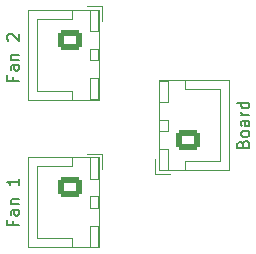
<source format=gto>
%TF.GenerationSoftware,KiCad,Pcbnew,(6.0.7)*%
%TF.CreationDate,2022-09-09T14:18:56-05:00*%
%TF.ProjectId,Voron Fan PCB,566f726f-6e20-4466-916e-205043422e6b,rev?*%
%TF.SameCoordinates,Original*%
%TF.FileFunction,Legend,Top*%
%TF.FilePolarity,Positive*%
%FSLAX46Y46*%
G04 Gerber Fmt 4.6, Leading zero omitted, Abs format (unit mm)*
G04 Created by KiCad (PCBNEW (6.0.7)) date 2022-09-09 14:18:56*
%MOMM*%
%LPD*%
G01*
G04 APERTURE LIST*
G04 Aperture macros list*
%AMRoundRect*
0 Rectangle with rounded corners*
0 $1 Rounding radius*
0 $2 $3 $4 $5 $6 $7 $8 $9 X,Y pos of 4 corners*
0 Add a 4 corners polygon primitive as box body*
4,1,4,$2,$3,$4,$5,$6,$7,$8,$9,$2,$3,0*
0 Add four circle primitives for the rounded corners*
1,1,$1+$1,$2,$3*
1,1,$1+$1,$4,$5*
1,1,$1+$1,$6,$7*
1,1,$1+$1,$8,$9*
0 Add four rect primitives between the rounded corners*
20,1,$1+$1,$2,$3,$4,$5,0*
20,1,$1+$1,$4,$5,$6,$7,0*
20,1,$1+$1,$6,$7,$8,$9,0*
20,1,$1+$1,$8,$9,$2,$3,0*%
G04 Aperture macros list end*
%ADD10C,0.150000*%
%ADD11C,0.120000*%
%ADD12RoundRect,0.250000X0.750000X-0.600000X0.750000X0.600000X-0.750000X0.600000X-0.750000X-0.600000X0*%
%ADD13O,2.000000X1.700000*%
%ADD14RoundRect,0.250000X-0.750000X0.600000X-0.750000X-0.600000X0.750000X-0.600000X0.750000X0.600000X0*%
G04 APERTURE END LIST*
D10*
%TO.C,Board*%
X94678571Y-58845238D02*
X94726190Y-58702380D01*
X94773809Y-58654761D01*
X94869047Y-58607142D01*
X95011904Y-58607142D01*
X95107142Y-58654761D01*
X95154761Y-58702380D01*
X95202380Y-58797619D01*
X95202380Y-59178571D01*
X94202380Y-59178571D01*
X94202380Y-58845238D01*
X94250000Y-58750000D01*
X94297619Y-58702380D01*
X94392857Y-58654761D01*
X94488095Y-58654761D01*
X94583333Y-58702380D01*
X94630952Y-58750000D01*
X94678571Y-58845238D01*
X94678571Y-59178571D01*
X95202380Y-58035714D02*
X95154761Y-58130952D01*
X95107142Y-58178571D01*
X95011904Y-58226190D01*
X94726190Y-58226190D01*
X94630952Y-58178571D01*
X94583333Y-58130952D01*
X94535714Y-58035714D01*
X94535714Y-57892857D01*
X94583333Y-57797619D01*
X94630952Y-57750000D01*
X94726190Y-57702380D01*
X95011904Y-57702380D01*
X95107142Y-57750000D01*
X95154761Y-57797619D01*
X95202380Y-57892857D01*
X95202380Y-58035714D01*
X95202380Y-56845238D02*
X94678571Y-56845238D01*
X94583333Y-56892857D01*
X94535714Y-56988095D01*
X94535714Y-57178571D01*
X94583333Y-57273809D01*
X95154761Y-56845238D02*
X95202380Y-56940476D01*
X95202380Y-57178571D01*
X95154761Y-57273809D01*
X95059523Y-57321428D01*
X94964285Y-57321428D01*
X94869047Y-57273809D01*
X94821428Y-57178571D01*
X94821428Y-56940476D01*
X94773809Y-56845238D01*
X95202380Y-56369047D02*
X94535714Y-56369047D01*
X94726190Y-56369047D02*
X94630952Y-56321428D01*
X94583333Y-56273809D01*
X94535714Y-56178571D01*
X94535714Y-56083333D01*
X95202380Y-55321428D02*
X94202380Y-55321428D01*
X95154761Y-55321428D02*
X95202380Y-55416666D01*
X95202380Y-55607142D01*
X95154761Y-55702380D01*
X95107142Y-55750000D01*
X95011904Y-55797619D01*
X94726190Y-55797619D01*
X94630952Y-55750000D01*
X94583333Y-55702380D01*
X94535714Y-55607142D01*
X94535714Y-55416666D01*
X94583333Y-55321428D01*
%TO.C,Fan 1*%
X75178571Y-65369047D02*
X75178571Y-65702380D01*
X75702380Y-65702380D02*
X74702380Y-65702380D01*
X74702380Y-65226190D01*
X75702380Y-64416666D02*
X75178571Y-64416666D01*
X75083333Y-64464285D01*
X75035714Y-64559523D01*
X75035714Y-64750000D01*
X75083333Y-64845238D01*
X75654761Y-64416666D02*
X75702380Y-64511904D01*
X75702380Y-64750000D01*
X75654761Y-64845238D01*
X75559523Y-64892857D01*
X75464285Y-64892857D01*
X75369047Y-64845238D01*
X75321428Y-64750000D01*
X75321428Y-64511904D01*
X75273809Y-64416666D01*
X75035714Y-63940476D02*
X75702380Y-63940476D01*
X75130952Y-63940476D02*
X75083333Y-63892857D01*
X75035714Y-63797619D01*
X75035714Y-63654761D01*
X75083333Y-63559523D01*
X75178571Y-63511904D01*
X75702380Y-63511904D01*
X75702380Y-61750000D02*
X75702380Y-62321428D01*
X75702380Y-62035714D02*
X74702380Y-62035714D01*
X74845238Y-62130952D01*
X74940476Y-62226190D01*
X74988095Y-62321428D01*
%TO.C,Fan 2*%
X75178571Y-53119047D02*
X75178571Y-53452380D01*
X75702380Y-53452380D02*
X74702380Y-53452380D01*
X74702380Y-52976190D01*
X75702380Y-52166666D02*
X75178571Y-52166666D01*
X75083333Y-52214285D01*
X75035714Y-52309523D01*
X75035714Y-52500000D01*
X75083333Y-52595238D01*
X75654761Y-52166666D02*
X75702380Y-52261904D01*
X75702380Y-52500000D01*
X75654761Y-52595238D01*
X75559523Y-52642857D01*
X75464285Y-52642857D01*
X75369047Y-52595238D01*
X75321428Y-52500000D01*
X75321428Y-52261904D01*
X75273809Y-52166666D01*
X75035714Y-51690476D02*
X75702380Y-51690476D01*
X75130952Y-51690476D02*
X75083333Y-51642857D01*
X75035714Y-51547619D01*
X75035714Y-51404761D01*
X75083333Y-51309523D01*
X75178571Y-51261904D01*
X75702380Y-51261904D01*
X74797619Y-50071428D02*
X74750000Y-50023809D01*
X74702380Y-49928571D01*
X74702380Y-49690476D01*
X74750000Y-49595238D01*
X74797619Y-49547619D01*
X74892857Y-49500000D01*
X74988095Y-49500000D01*
X75130952Y-49547619D01*
X75702380Y-50119047D01*
X75702380Y-49500000D01*
D11*
%TO.C,Board*%
X88300000Y-59250000D02*
X87550000Y-59250000D01*
X88300000Y-61050000D02*
X88300000Y-59250000D01*
X88300000Y-55250000D02*
X88300000Y-53450000D01*
X89800000Y-53450000D02*
X89800000Y-54200000D01*
X92750000Y-60300000D02*
X92750000Y-57250000D01*
X92750000Y-54200000D02*
X92750000Y-57250000D01*
X93510000Y-61060000D02*
X93510000Y-53440000D01*
X89800000Y-61050000D02*
X89800000Y-60300000D01*
X87550000Y-61050000D02*
X88300000Y-61050000D01*
X87550000Y-57750000D02*
X88300000Y-57750000D01*
X87550000Y-53450000D02*
X87550000Y-55250000D01*
X88300000Y-57750000D02*
X88300000Y-56750000D01*
X88300000Y-53450000D02*
X87550000Y-53450000D01*
X87550000Y-56750000D02*
X87550000Y-57750000D01*
X87540000Y-53440000D02*
X87540000Y-61060000D01*
X87250000Y-61350000D02*
X88500000Y-61350000D01*
X87550000Y-59250000D02*
X87550000Y-61050000D01*
X87250000Y-60100000D02*
X87250000Y-61350000D01*
X89800000Y-54200000D02*
X92750000Y-54200000D01*
X89800000Y-60300000D02*
X92750000Y-60300000D01*
X93510000Y-53440000D02*
X87540000Y-53440000D01*
X87540000Y-61060000D02*
X93510000Y-61060000D01*
X87550000Y-55250000D02*
X88300000Y-55250000D01*
X88300000Y-56750000D02*
X87550000Y-56750000D01*
%TO.C,Fan 1*%
X80200000Y-59950000D02*
X80200000Y-60700000D01*
X82450000Y-65750000D02*
X81700000Y-65750000D01*
X77250000Y-60700000D02*
X77250000Y-63750000D01*
X80200000Y-66800000D02*
X77250000Y-66800000D01*
X77250000Y-66800000D02*
X77250000Y-63750000D01*
X76490000Y-59940000D02*
X76490000Y-67560000D01*
X82450000Y-63250000D02*
X81700000Y-63250000D01*
X81700000Y-61750000D02*
X82450000Y-61750000D01*
X81700000Y-63250000D02*
X81700000Y-64250000D01*
X81700000Y-64250000D02*
X82450000Y-64250000D01*
X81700000Y-59950000D02*
X81700000Y-61750000D01*
X81700000Y-65750000D02*
X81700000Y-67550000D01*
X76490000Y-67560000D02*
X82460000Y-67560000D01*
X82460000Y-59940000D02*
X76490000Y-59940000D01*
X81700000Y-67550000D02*
X82450000Y-67550000D01*
X82450000Y-64250000D02*
X82450000Y-63250000D01*
X80200000Y-60700000D02*
X77250000Y-60700000D01*
X82460000Y-67560000D02*
X82460000Y-59940000D01*
X82450000Y-61750000D02*
X82450000Y-59950000D01*
X82450000Y-67550000D02*
X82450000Y-65750000D01*
X82750000Y-59650000D02*
X81500000Y-59650000D01*
X82450000Y-59950000D02*
X81700000Y-59950000D01*
X80200000Y-67550000D02*
X80200000Y-66800000D01*
X82750000Y-60900000D02*
X82750000Y-59650000D01*
%TO.C,Fan 2*%
X82460000Y-47440000D02*
X76490000Y-47440000D01*
X77250000Y-54300000D02*
X77250000Y-51250000D01*
X82450000Y-53250000D02*
X81700000Y-53250000D01*
X81700000Y-49250000D02*
X82450000Y-49250000D01*
X81700000Y-50750000D02*
X81700000Y-51750000D01*
X82450000Y-51750000D02*
X82450000Y-50750000D01*
X82750000Y-47150000D02*
X81500000Y-47150000D01*
X77250000Y-48200000D02*
X77250000Y-51250000D01*
X82450000Y-50750000D02*
X81700000Y-50750000D01*
X81700000Y-51750000D02*
X82450000Y-51750000D01*
X80200000Y-54300000D02*
X77250000Y-54300000D01*
X82450000Y-55050000D02*
X82450000Y-53250000D01*
X76490000Y-55060000D02*
X82460000Y-55060000D01*
X82450000Y-47450000D02*
X81700000Y-47450000D01*
X81700000Y-53250000D02*
X81700000Y-55050000D01*
X80200000Y-55050000D02*
X80200000Y-54300000D01*
X81700000Y-55050000D02*
X82450000Y-55050000D01*
X81700000Y-47450000D02*
X81700000Y-49250000D01*
X80200000Y-48200000D02*
X77250000Y-48200000D01*
X82450000Y-49250000D02*
X82450000Y-47450000D01*
X80200000Y-47450000D02*
X80200000Y-48200000D01*
X82750000Y-48400000D02*
X82750000Y-47150000D01*
X82460000Y-55060000D02*
X82460000Y-47440000D01*
X76490000Y-47440000D02*
X76490000Y-55060000D01*
%TD*%
%LPC*%
D12*
%TO.C,Board*%
X90000000Y-58500000D03*
D13*
X90000000Y-56000000D03*
%TD*%
D14*
%TO.C,Fan 1*%
X80000000Y-62500000D03*
D13*
X80000000Y-65000000D03*
%TD*%
D14*
%TO.C,Fan 2*%
X80000000Y-50000000D03*
D13*
X80000000Y-52500000D03*
%TD*%
M02*

</source>
